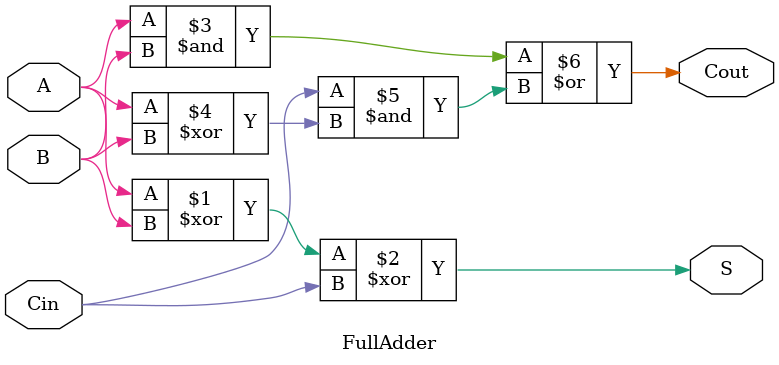
<source format=v>
`timescale 1ns / 1ps

module FullAdder(
    input A,
    input B,
    input Cin,
    output S,
    output Cout
);
    assign S = A ^ B ^ Cin;
    assign Cout = (A & B) | (Cin & (A ^ B));
endmodule
</source>
